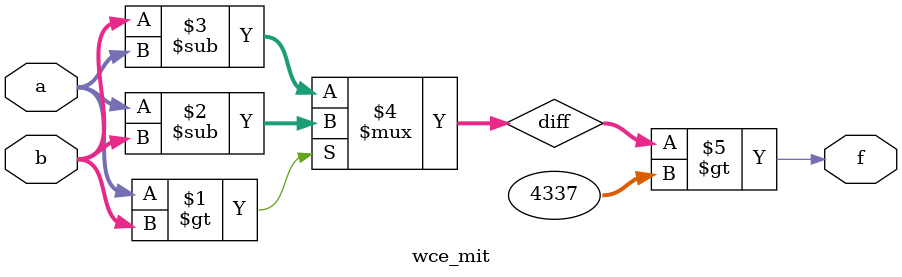
<source format=v>
module wce_mit(a, b, f);
parameter _bit = 16;
parameter wce = 4337;
input [_bit - 1: 0] a;
input [_bit - 1: 0] b;
output f;
wire [_bit - 1: 0] diff;
assign diff = (a > b)? (a - b): (b - a);
assign f = (diff > wce);
endmodule

</source>
